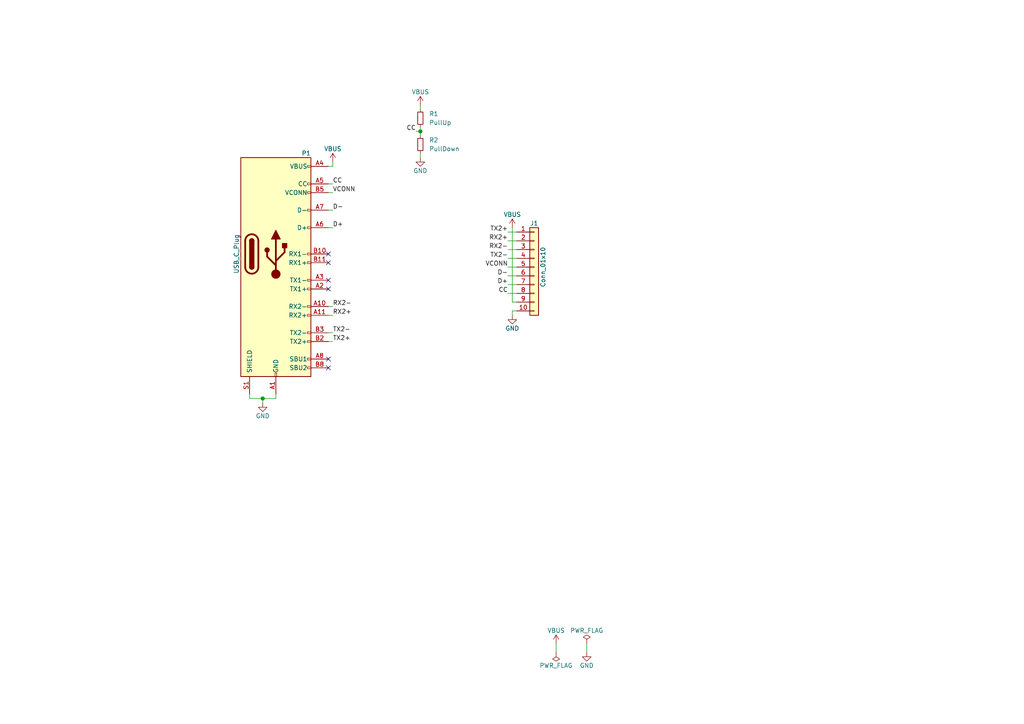
<source format=kicad_sch>
(kicad_sch (version 20230121) (generator eeschema)
  (paper "A4")
  (lib_symbols
    (symbol "Connector:USB_C_Plug" (pin_names (offset 1.016))
      (property "Reference" "P" (at -10.16 29.21 0))
      (property "Value" "USB_C_Plug" (at 10.16 29.21 0))
      (symbol "USB_C_Plug_0_0"
        (rectangle (start -0.254 -35.56) (end 0.254 -34.544))
        (rectangle (start 10.16 -32.766) (end 9.144 -33.274))
        (rectangle (start 10.16 -30.226) (end 9.144 -30.734))
        (rectangle (start 10.16 -25.146) (end 9.144 -25.654))
        (rectangle (start 10.16 -22.606) (end 9.144 -23.114))
        (rectangle (start 10.16 -17.526) (end 9.144 -18.034))
        (rectangle (start 10.16 -14.986) (end 9.144 -15.494))
        (rectangle (start 10.16 -9.906) (end 9.144 -10.414))
        (rectangle (start 10.16 -7.366) (end 9.144 -7.874))
        (rectangle (start 10.16 -2.286) (end 9.144 -2.794))
        (rectangle (start 10.16 0.254) (end 9.144 -0.254))
        (rectangle (start 10.16 7.874) (end 9.144 7.366))
        (rectangle (start 10.16 12.954) (end 9.144 12.446))
        (rectangle (start 10.16 18.034) (end 9.144 17.526))
        (rectangle (start 10.16 20.574) (end 9.144 20.066))
        (rectangle (start 10.16 25.654) (end 9.144 25.146))
      )
      (symbol "USB_C_Plug_0_1"
        (rectangle (start -10.16 27.94) (end 10.16 -35.56) (stroke (width 0.254)) (fill (type background)))
        (arc (start -8.89 -3.81) (mid -6.985 -5.7067) (end -5.08 -3.81) (stroke (width 0.508)))
        (arc (start -7.62 -3.81) (mid -6.985 -4.4423) (end -6.35 -3.81) (stroke (width 0.254)))
        (arc (start -7.62 -3.81) (mid -6.985 -4.4423) (end -6.35 -3.81) (stroke (width 0.254)) (fill (type outline)))
        (rectangle (start -7.62 -3.81) (end -6.35 3.81) (stroke (width 0.254)) (fill (type outline)))
        (arc (start -6.35 3.81) (mid -6.985 4.4423) (end -7.62 3.81) (stroke (width 0.254)))
        (arc (start -6.35 3.81) (mid -6.985 4.4423) (end -7.62 3.81) (stroke (width 0.254)) (fill (type outline)))
        (arc (start -5.08 3.81) (mid -6.985 5.7067) (end -8.89 3.81) (stroke (width 0.508)))
        (polyline (pts (xy -8.89 -3.81) (xy -8.89 3.81)) (stroke (width 0.508)))
        (polyline (pts (xy -5.08 3.81) (xy -5.08 -3.81)) (stroke (width 0.508)))
      )
      (symbol "USB_C_Plug_1_1"
        (circle (center -2.54 1.143) (radius 0.635) (stroke (width 0.254)) (fill (type outline)))
        (circle (center 0 -5.842) (radius 1.27) (fill (type outline)))
        (polyline (pts (xy 0 -5.842) (xy 0 4.318)) (stroke (width 0.508)))
        (polyline (pts (xy 0 -3.302) (xy -2.54 -0.762) (xy -2.54 0.508)) (stroke (width 0.508)))
        (polyline (pts (xy 0 -2.032) (xy 2.54 0.508) (xy 2.54 1.778)) (stroke (width 0.508)))
        (polyline (pts (xy -1.27 4.318) (xy 0 6.858) (xy 1.27 4.318) (xy -1.27 4.318)) (stroke (width 0.254)) (fill (type outline)))
        (rectangle (start 1.905 1.778) (end 3.175 3.048) (stroke (width 0.254)) (fill (type outline)))
        (pin power_in line (at 0 -40.64 90) (length 5.08) (name "GND") (number "A1"))
        (pin bidirectional line (at 15.24 -15.24 180) (length 5.08) (name "RX2-") (number "A10"))
        (pin bidirectional line (at 15.24 -17.78 180) (length 5.08) (name "RX2+") (number "A11"))
        (pin passive line (at 0 -40.64 90) (length 5.08) hide (name "GND") (number "A12"))
        (pin bidirectional line (at 15.24 -10.16 180) (length 5.08) (name "TX1+") (number "A2"))
        (pin bidirectional line (at 15.24 -7.62 180) (length 5.08) (name "TX1-") (number "A3"))
        (pin power_in line (at 15.24 25.4 180) (length 5.08) (name "VBUS") (number "A4"))
        (pin bidirectional line (at 15.24 20.32 180) (length 5.08) (name "CC") (number "A5"))
        (pin bidirectional line (at 15.24 7.62 180) (length 5.08) (name "D+") (number "A6"))
        (pin bidirectional line (at 15.24 12.7 180) (length 5.08) (name "D-") (number "A7"))
        (pin bidirectional line (at 15.24 -30.48 180) (length 5.08) (name "SBU1") (number "A8"))
        (pin passive line (at 15.24 25.4 180) (length 5.08) hide (name "VBUS") (number "A9"))
        (pin passive line (at 0 -40.64 90) (length 5.08) hide (name "GND") (number "B1"))
        (pin bidirectional line (at 15.24 0 180) (length 5.08) (name "RX1-") (number "B10"))
        (pin bidirectional line (at 15.24 -2.54 180) (length 5.08) (name "RX1+") (number "B11"))
        (pin passive line (at 0 -40.64 90) (length 5.08) hide (name "GND") (number "B12"))
        (pin bidirectional line (at 15.24 -25.4 180) (length 5.08) (name "TX2+") (number "B2"))
        (pin bidirectional line (at 15.24 -22.86 180) (length 5.08) (name "TX2-") (number "B3"))
        (pin passive line (at 15.24 25.4 180) (length 5.08) hide (name "VBUS") (number "B4"))
        (pin bidirectional line (at 15.24 17.78 180) (length 5.08) (name "VCONN") (number "B5"))
        (pin bidirectional line (at 15.24 -33.02 180) (length 5.08) (name "SBU2") (number "B8"))
        (pin passive line (at 15.24 25.4 180) (length 5.08) hide (name "VBUS") (number "B9"))
        (pin passive line (at -7.62 -40.64 90) (length 5.08) (name "SHIELD") (number "S1"))
      )
    )
    (symbol "Connector_Generic:Conn_01x10" (pin_names (offset 1.016) hide)
      (property "Reference" "J" (at 0 12.7 0))
      (property "Value" "Conn_01x10" (at 0 -15.24 0))
      (symbol "Conn_01x10_1_1"
        (rectangle (start -1.27 -12.573) (end 0 -12.827) (stroke (width 0.1524)))
        (rectangle (start -1.27 -10.033) (end 0 -10.287) (stroke (width 0.1524)))
        (rectangle (start -1.27 -7.493) (end 0 -7.747) (stroke (width 0.1524)))
        (rectangle (start -1.27 -4.953) (end 0 -5.207) (stroke (width 0.1524)))
        (rectangle (start -1.27 -2.413) (end 0 -2.667) (stroke (width 0.1524)))
        (rectangle (start -1.27 0.127) (end 0 -0.127) (stroke (width 0.1524)))
        (rectangle (start -1.27 2.667) (end 0 2.413) (stroke (width 0.1524)))
        (rectangle (start -1.27 5.207) (end 0 4.953) (stroke (width 0.1524)))
        (rectangle (start -1.27 7.747) (end 0 7.493) (stroke (width 0.1524)))
        (rectangle (start -1.27 10.287) (end 0 10.033) (stroke (width 0.1524)))
        (rectangle (start -1.27 11.43) (end 1.27 -13.97) (stroke (width 0.254)) (fill (type background)))
        (pin passive line (at -5.08 10.16 0) (length 3.81) (name "Pin_1") (number "1"))
        (pin passive line (at -5.08 -12.7 0) (length 3.81) (name "Pin_10") (number "10"))
        (pin passive line (at -5.08 7.62 0) (length 3.81) (name "Pin_2") (number "2"))
        (pin passive line (at -5.08 5.08 0) (length 3.81) (name "Pin_3") (number "3"))
        (pin passive line (at -5.08 2.54 0) (length 3.81) (name "Pin_4") (number "4"))
        (pin passive line (at -5.08 0 0) (length 3.81) (name "Pin_5") (number "5"))
        (pin passive line (at -5.08 -2.54 0) (length 3.81) (name "Pin_6") (number "6"))
        (pin passive line (at -5.08 -5.08 0) (length 3.81) (name "Pin_7") (number "7"))
        (pin passive line (at -5.08 -7.62 0) (length 3.81) (name "Pin_8") (number "8"))
        (pin passive line (at -5.08 -10.16 0) (length 3.81) (name "Pin_9") (number "9"))
      )
    )
    (symbol "Device:R_Small" (pin_numbers hide) (pin_names (offset 0.254) hide)
      (property "Reference" "R" (at 0.762 0.508 0))
      (property "Value" "R_Small" (at 0.762 -1.016 0))
      (symbol "R_Small_0_1"
        (rectangle (start -0.762 1.778) (end 0.762 -1.778) (stroke (width 0.2032)))
      )
      (symbol "R_Small_1_1"
        (pin passive line (at 0 2.54 270) (length 0.762) (name "~") (number "1"))
        (pin passive line (at 0 -2.54 90) (length 0.762) (name "~") (number "2"))
      )
    )
    (symbol "power:GND" (power) (pin_names (offset 0))
      (property "Value" "GND" (at 0 -3.81 0))
      (symbol "GND_0_1"
        (polyline (pts (xy 0 0) (xy 0 -1.27) (xy 1.27 -1.27) (xy 0 -2.54) (xy -1.27 -1.27) (xy 0 -1.27)))
      )
      (symbol "GND_1_1"
        (pin power_in line (at 0 0 270) (length 0) hide (name "GND") (number "1"))
      )
    )
    (symbol "power:PWR_FLAG" (power) (pin_numbers hide) (pin_names (offset 0) hide)
      (property "Value" "PWR_FLAG" (at 0 3.81 0))
      (symbol "PWR_FLAG_0_0"
        (pin power_out line (at 0 0 90) (length 0) (name "pwr") (number "1"))
      )
      (symbol "PWR_FLAG_0_1"
        (polyline (pts (xy 0 0) (xy 0 1.27) (xy -1.016 1.905) (xy 0 2.54) (xy 1.016 1.905) (xy 0 1.27)))
      )
    )
    (symbol "power:VBUS" (power) (pin_names (offset 0))
      (property "Value" "VBUS" (at 0 3.81 0))
      (symbol "VBUS_0_1"
        (polyline (pts (xy -0.762 1.27) (xy 0 2.54)))
        (polyline (pts (xy 0 0) (xy 0 2.54)))
        (polyline (pts (xy 0 2.54) (xy 0.762 1.27)))
      )
      (symbol "VBUS_1_1"
        (pin power_in line (at 0 0 90) (length 0) hide (name "VBUS") (number "1"))
      )
    )
  )
  (junction (at 76.2 115.57) (diameter 1.016))
  (junction (at 121.92 38.1) (diameter 1.016))
  (no_connect (at 95.25 104.14))
  (no_connect (at 95.25 81.28))
  (no_connect (at 95.25 106.68))
  (no_connect (at 95.25 76.2))
  (no_connect (at 95.25 73.66))
  (no_connect (at 95.25 83.82))
  (wire (pts (xy 80.01 114.3) (xy 80.01 115.57)))
  (wire (pts (xy 76.2 115.57) (xy 76.2 116.84)))
  (wire (pts (xy 147.32 77.47) (xy 149.86 77.47)))
  (wire (pts (xy 72.39 115.57) (xy 72.39 114.3)))
  (wire (pts (xy 95.25 53.34) (xy 96.52 53.34)))
  (wire (pts (xy 148.59 87.63) (xy 149.86 87.63)))
  (wire (pts (xy 95.25 48.26) (xy 96.52 48.26)))
  (wire (pts (xy 95.25 55.88) (xy 96.52 55.88)))
  (wire (pts (xy 121.92 38.1) (xy 121.92 39.37)))
  (wire (pts (xy 147.32 67.31) (xy 149.86 67.31)))
  (wire (pts (xy 72.39 115.57) (xy 76.2 115.57)))
  (wire (pts (xy 147.32 82.55) (xy 149.86 82.55)))
  (wire (pts (xy 148.59 87.63) (xy 148.59 66.04)))
  (wire (pts (xy 148.59 90.17) (xy 148.59 91.44)))
  (wire (pts (xy 121.92 30.48) (xy 121.92 31.75)))
  (wire (pts (xy 95.25 91.44) (xy 96.52 91.44)))
  (wire (pts (xy 170.18 186.69) (xy 170.18 189.23)))
  (wire (pts (xy 147.32 85.09) (xy 149.86 85.09)))
  (wire (pts (xy 121.92 44.45) (xy 121.92 45.72)))
  (wire (pts (xy 147.32 72.39) (xy 149.86 72.39)))
  (wire (pts (xy 95.25 96.52) (xy 96.52 96.52)))
  (wire (pts (xy 120.65 38.1) (xy 121.92 38.1)))
  (wire (pts (xy 121.92 36.83) (xy 121.92 38.1)))
  (wire (pts (xy 95.25 99.06) (xy 96.52 99.06)))
  (wire (pts (xy 96.52 48.26) (xy 96.52 46.99)))
  (wire (pts (xy 76.2 115.57) (xy 80.01 115.57)))
  (wire (pts (xy 147.32 74.93) (xy 149.86 74.93)))
  (wire (pts (xy 147.32 69.85) (xy 149.86 69.85)))
  (wire (pts (xy 95.25 66.04) (xy 96.52 66.04)))
  (wire (pts (xy 95.25 60.96) (xy 96.52 60.96)))
  (wire (pts (xy 148.59 90.17) (xy 149.86 90.17)))
  (wire (pts (xy 147.32 80.01) (xy 149.86 80.01)))
  (wire (pts (xy 161.29 186.69) (xy 161.29 189.23)))
  (wire (pts (xy 95.25 88.9) (xy 96.52 88.9)))
  (label "CC" (at 96.52 53.34 0))
  (label "RX2+" (at 147.32 69.85 180))
  (label "TX2-" (at 96.52 96.52 0))
  (label "TX2-" (at 147.32 74.93 180))
  (label "D-" (at 96.52 60.96 0))
  (label "D-" (at 147.32 80.01 180))
  (label "RX2-" (at 147.32 72.39 180))
  (label "VCONN" (at 147.32 77.47 180))
  (label "RX2-" (at 96.52 88.9 0))
  (label "RX2+" (at 96.52 91.44 0))
  (label "TX2+" (at 96.52 99.06 0))
  (label "CC" (at 147.32 85.09 180))
  (label "TX2+" (at 147.32 67.31 180))
  (label "D+" (at 96.52 66.04 0))
  (label "D+" (at 147.32 82.55 180))
  (label "CC" (at 120.65 38.1 180))
  (label "VCONN" (at 96.52 55.88 0))
  (symbol (lib_id "power:GND") (at 121.92 45.72 0) (unit 1)
    (property "Reference" "#PWR0106" (effects hide))
    (property "Value" "GND" (at 121.92 49.53 0))
  )
  (symbol (lib_id "Device:R_Small") (at 121.92 41.91 0) (unit 1)
    (property "Reference" "R2" (at 124.46 40.64 0) (effects (justify left)))
    (property "Value" "PullDown" (at 124.46 43.18 0) (effects (justify left)))
    (property "Footprint" "Resistor_SMD:R_0603_1608Metric" (effects hide))
  )
  (symbol (lib_id "Device:R_Small") (at 121.92 34.29 0) (unit 1)
    (property "Reference" "R1" (at 124.46 33.02 0) (effects (justify left)))
    (property "Value" "PullUp" (at 124.46 35.56 0) (effects (justify left)))
    (property "Footprint" "Resistor_SMD:R_0603_1608Metric" (effects hide))
  )
  (symbol (lib_id "power:PWR_FLAG") (at 161.29 189.23 180) (unit 1)
    (property "Reference" "#FLG0102" (effects hide))
    (property "Value" "PWR_FLAG" (at 161.29 193.04 0))
  )
  (symbol (lib_id "Connector_Generic:Conn_01x10") (at 154.94 77.47 0) (unit 1)
    (property "Reference" "J1" (at 154.94 64.77 0))
    (property "Value" "Conn_01x10" (at 157.48 77.47 90))
    (property "Footprint" "Connector_PinHeader_2.54mm:PinHeader_1x10_P2.54mm_Vertical" (effects hide))
  )
  (symbol (lib_id "power:PWR_FLAG") (at 170.18 186.69 0) (unit 1)
    (property "Reference" "#FLG0101" (effects hide))
    (property "Value" "PWR_FLAG" (at 170.18 182.88 0))
  )
  (symbol (lib_id "power:VBUS") (at 121.92 30.48 0) (unit 1)
    (property "Reference" "#PWR0104" (effects hide))
    (property "Value" "VBUS" (at 121.92 26.67 0))
  )
  (symbol (lib_id "power:VBUS") (at 96.52 46.99 0) (unit 1)
    (property "Reference" "#PWR0101" (effects hide))
    (property "Value" "VBUS" (at 96.52 43.18 0))
  )
  (symbol (lib_id "Connector:USB_C_Plug") (at 80.01 73.66 0) (unit 1)
    (property "Reference" "P1" (at 90.17 44.45 0) (effects (justify right)))
    (property "Value" "USB_C_Plug" (at 68.58 73.66 90))
    (property "Footprint" "Connector_USB_Extra:USB_C_Plug_UTC009-C12" (effects hide))
    (property "Datasheet" "https://www.usb.org/sites/default/files/documents/usb_type-c.zip" (effects hide))
  )
  (symbol (lib_id "power:GND") (at 170.18 189.23 0) (unit 1)
    (property "Reference" "#PWR0107" (effects hide))
    (property "Value" "GND" (at 170.18 193.04 0))
  )
  (symbol (lib_id "power:GND") (at 148.59 91.44 0) (unit 1)
    (property "Reference" "#PWR0103" (effects hide))
    (property "Value" "GND" (at 148.59 95.25 0))
  )
  (symbol (lib_id "power:VBUS") (at 161.29 186.69 0) (unit 1)
    (property "Reference" "#PWR0108" (effects hide))
    (property "Value" "VBUS" (at 161.29 182.88 0))
  )
  (symbol (lib_id "power:GND") (at 76.2 116.84 0) (unit 1)
    (property "Reference" "#PWR0102" (effects hide))
    (property "Value" "GND" (at 76.2 120.65 0))
  )
  (symbol (lib_id "power:VBUS") (at 148.59 66.04 0) (unit 1)
    (property "Reference" "#PWR0105" (effects hide))
    (property "Value" "VBUS" (at 148.59 62.23 0))
  )
)
</source>
